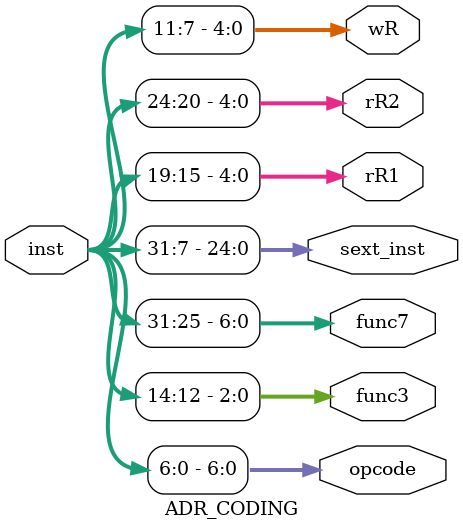
<source format=v>
`timescale 1ns / 1ps
module ADR_CODING(
    input  wire [31: 0] inst,
    output wire [6: 0] opcode,
    output wire [2: 0] func3,
    output wire [6: 0] func7,
    output wire [31: 7] sext_inst,
    output wire [4: 0] rR1,
    output wire [4: 0] rR2,
    output wire [4: 0] wR
    );
    assign opcode = inst[6: 0];
    assign func3 = inst[14: 12];
    assign func7 = inst[31: 25];
    assign sext_inst = inst[31: 7];
    assign rR1 = inst[19: 15];
    assign rR2 = inst[24: 20];
    assign wR = inst[11: 7];
endmodule

</source>
